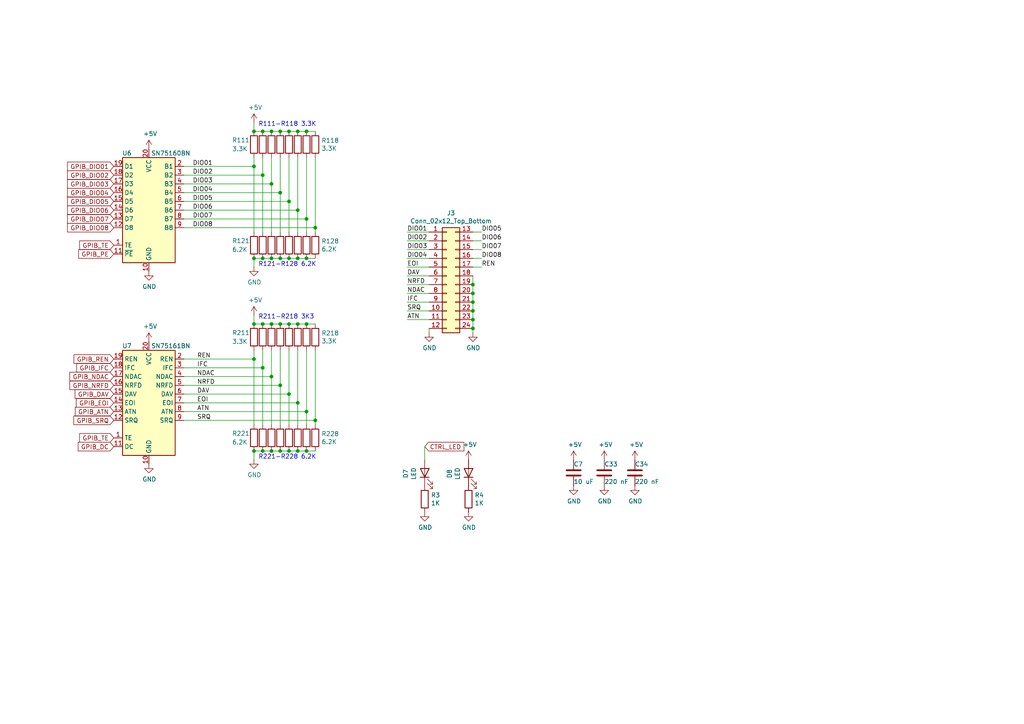
<source format=kicad_sch>
(kicad_sch (version 20211123) (generator eeschema)
  (paper "A4")
  (title_block (title "ice4pi-gpib-2.4") (company "Lightside Instruments AS") (comment 1 "Based on ice4pi-2.4 and gpib4pi-2.1"))
  (lib_symbols
    (symbol "Connector_Generic:Conn_02x12_Top_Bottom" (pin_names (offset 1.016) hide)
      (property "Reference" "J" (at 1.27 15.24 0))
      (property "Value" "Conn_02x12_Top_Bottom" (at 1.27 -17.78 0))
      (symbol "Conn_02x12_Top_Bottom_1_1"
        (rectangle (start -1.27 -15.113) (end 0 -15.367) (stroke (width 0.1524)))
        (rectangle (start -1.27 -12.573) (end 0 -12.827) (stroke (width 0.1524)))
        (rectangle (start -1.27 -10.033) (end 0 -10.287) (stroke (width 0.1524)))
        (rectangle (start -1.27 -7.493) (end 0 -7.747) (stroke (width 0.1524)))
        (rectangle (start -1.27 -4.953) (end 0 -5.207) (stroke (width 0.1524)))
        (rectangle (start -1.27 -2.413) (end 0 -2.667) (stroke (width 0.1524)))
        (rectangle (start -1.27 0.127) (end 0 -0.127) (stroke (width 0.1524)))
        (rectangle (start -1.27 2.667) (end 0 2.413) (stroke (width 0.1524)))
        (rectangle (start -1.27 5.207) (end 0 4.953) (stroke (width 0.1524)))
        (rectangle (start -1.27 7.747) (end 0 7.493) (stroke (width 0.1524)))
        (rectangle (start -1.27 10.287) (end 0 10.033) (stroke (width 0.1524)))
        (rectangle (start -1.27 12.827) (end 0 12.573) (stroke (width 0.1524)))
        (rectangle (start -1.27 13.97) (end 3.81 -16.51) (stroke (width 0.254)) (fill (type background)))
        (rectangle (start 3.81 -15.113) (end 2.54 -15.367) (stroke (width 0.1524)))
        (rectangle (start 3.81 -12.573) (end 2.54 -12.827) (stroke (width 0.1524)))
        (rectangle (start 3.81 -10.033) (end 2.54 -10.287) (stroke (width 0.1524)))
        (rectangle (start 3.81 -7.493) (end 2.54 -7.747) (stroke (width 0.1524)))
        (rectangle (start 3.81 -4.953) (end 2.54 -5.207) (stroke (width 0.1524)))
        (rectangle (start 3.81 -2.413) (end 2.54 -2.667) (stroke (width 0.1524)))
        (rectangle (start 3.81 0.127) (end 2.54 -0.127) (stroke (width 0.1524)))
        (rectangle (start 3.81 2.667) (end 2.54 2.413) (stroke (width 0.1524)))
        (rectangle (start 3.81 5.207) (end 2.54 4.953) (stroke (width 0.1524)))
        (rectangle (start 3.81 7.747) (end 2.54 7.493) (stroke (width 0.1524)))
        (rectangle (start 3.81 10.287) (end 2.54 10.033) (stroke (width 0.1524)))
        (rectangle (start 3.81 12.827) (end 2.54 12.573) (stroke (width 0.1524)))
        (pin passive line (at -5.08 12.7 0) (length 3.81) (name "Pin_1") (number "1"))
        (pin passive line (at -5.08 -10.16 0) (length 3.81) (name "Pin_10") (number "10"))
        (pin passive line (at -5.08 -12.7 0) (length 3.81) (name "Pin_11") (number "11"))
        (pin passive line (at -5.08 -15.24 0) (length 3.81) (name "Pin_12") (number "12"))
        (pin passive line (at 7.62 12.7 180) (length 3.81) (name "Pin_13") (number "13"))
        (pin passive line (at 7.62 10.16 180) (length 3.81) (name "Pin_14") (number "14"))
        (pin passive line (at 7.62 7.62 180) (length 3.81) (name "Pin_15") (number "15"))
        (pin passive line (at 7.62 5.08 180) (length 3.81) (name "Pin_16") (number "16"))
        (pin passive line (at 7.62 2.54 180) (length 3.81) (name "Pin_17") (number "17"))
        (pin passive line (at 7.62 0 180) (length 3.81) (name "Pin_18") (number "18"))
        (pin passive line (at 7.62 -2.54 180) (length 3.81) (name "Pin_19") (number "19"))
        (pin passive line (at -5.08 10.16 0) (length 3.81) (name "Pin_2") (number "2"))
        (pin passive line (at 7.62 -5.08 180) (length 3.81) (name "Pin_20") (number "20"))
        (pin passive line (at 7.62 -7.62 180) (length 3.81) (name "Pin_21") (number "21"))
        (pin passive line (at 7.62 -10.16 180) (length 3.81) (name "Pin_22") (number "22"))
        (pin passive line (at 7.62 -12.7 180) (length 3.81) (name "Pin_23") (number "23"))
        (pin passive line (at 7.62 -15.24 180) (length 3.81) (name "Pin_24") (number "24"))
        (pin passive line (at -5.08 7.62 0) (length 3.81) (name "Pin_3") (number "3"))
        (pin passive line (at -5.08 5.08 0) (length 3.81) (name "Pin_4") (number "4"))
        (pin passive line (at -5.08 2.54 0) (length 3.81) (name "Pin_5") (number "5"))
        (pin passive line (at -5.08 0 0) (length 3.81) (name "Pin_6") (number "6"))
        (pin passive line (at -5.08 -2.54 0) (length 3.81) (name "Pin_7") (number "7"))
        (pin passive line (at -5.08 -5.08 0) (length 3.81) (name "Pin_8") (number "8"))
        (pin passive line (at -5.08 -7.62 0) (length 3.81) (name "Pin_9") (number "9"))
      )
    )
    (symbol "Device:C" (pin_numbers hide) (pin_names (offset 0.254))
      (property "Reference" "C" (at 0.635 2.54 0))
      (property "Value" "C" (at 0.635 -2.54 0))
      (symbol "C_0_1"
        (polyline (pts (xy -2.032 -0.762) (xy 2.032 -0.762)) (stroke (width 0.508)))
        (polyline (pts (xy -2.032 0.762) (xy 2.032 0.762)) (stroke (width 0.508)))
      )
      (symbol "C_1_1"
        (pin passive line (at 0 3.81 270) (length 2.794) (name "~") (number "1"))
        (pin passive line (at 0 -3.81 90) (length 2.794) (name "~") (number "2"))
      )
    )
    (symbol "Device:LED" (pin_numbers hide) (pin_names (offset 1.016) hide)
      (property "Reference" "D" (at 0 2.54 0))
      (property "Value" "LED" (at 0 -2.54 0))
      (symbol "LED_0_1"
        (polyline (pts (xy -1.27 -1.27) (xy -1.27 1.27)) (stroke (width 0.254)))
        (polyline (pts (xy -1.27 0) (xy 1.27 0)))
        (polyline (pts (xy 1.27 -1.27) (xy 1.27 1.27) (xy -1.27 0) (xy 1.27 -1.27)) (stroke (width 0.254)))
        (polyline (pts (xy -3.048 -0.762) (xy -4.572 -2.286) (xy -3.81 -2.286) (xy -4.572 -2.286) (xy -4.572 -1.524)))
        (polyline (pts (xy -1.778 -0.762) (xy -3.302 -2.286) (xy -2.54 -2.286) (xy -3.302 -2.286) (xy -3.302 -1.524)))
      )
      (symbol "LED_1_1"
        (pin passive line (at -3.81 0 0) (length 2.54) (name "K") (number "1"))
        (pin passive line (at 3.81 0 180) (length 2.54) (name "A") (number "2"))
      )
    )
    (symbol "Device:R" (pin_numbers hide) (pin_names (offset 0))
      (property "Reference" "R" (at 2.032 0 90))
      (property "Value" "R" (at 0 0 90))
      (symbol "R_0_1"
        (rectangle (start -1.016 -2.54) (end 1.016 2.54) (stroke (width 0.254)))
      )
      (symbol "R_1_1"
        (pin passive line (at 0 3.81 270) (length 1.27) (name "~") (number "1"))
        (pin passive line (at 0 -3.81 90) (length 1.27) (name "~") (number "2"))
      )
    )
    (symbol "Interface:SN75160BN"
      (property "Reference" "U" (at -3.81 19.05 0))
      (property "Value" "SN75160BN" (at -7.62 16.51 0))
      (symbol "SN75160BN_1_1"
        (rectangle (start -7.62 15.24) (end 7.62 -15.24) (stroke (width 0.254)) (fill (type background)))
        (pin input line (at -10.16 -10.16 0) (length 2.54) (name "TE") (number "1"))
        (pin power_in line (at 0 -17.78 90) (length 2.54) (name "GND") (number "10"))
        (pin input line (at -10.16 -12.7 0) (length 2.54) (name "~{PE}") (number "11"))
        (pin bidirectional line (at -10.16 -5.08 0) (length 2.54) (name "D8") (number "12"))
        (pin bidirectional line (at -10.16 -2.54 0) (length 2.54) (name "D7") (number "13"))
        (pin bidirectional line (at -10.16 0 0) (length 2.54) (name "D6") (number "14"))
        (pin bidirectional line (at -10.16 2.54 0) (length 2.54) (name "D5") (number "15"))
        (pin bidirectional line (at -10.16 5.08 0) (length 2.54) (name "D4") (number "16"))
        (pin bidirectional line (at -10.16 7.62 0) (length 2.54) (name "D3") (number "17"))
        (pin bidirectional line (at -10.16 10.16 0) (length 2.54) (name "D2") (number "18"))
        (pin bidirectional line (at -10.16 12.7 0) (length 2.54) (name "D1") (number "19"))
        (pin bidirectional line (at 10.16 12.7 180) (length 2.54) (name "B1") (number "2"))
        (pin power_in line (at 0 17.78 270) (length 2.54) (name "VCC") (number "20"))
        (pin bidirectional line (at 10.16 10.16 180) (length 2.54) (name "B2") (number "3"))
        (pin bidirectional line (at 10.16 7.62 180) (length 2.54) (name "B3") (number "4"))
        (pin bidirectional line (at 10.16 5.08 180) (length 2.54) (name "B4") (number "5"))
        (pin bidirectional line (at 10.16 2.54 180) (length 2.54) (name "B5") (number "6"))
        (pin bidirectional line (at 10.16 0 180) (length 2.54) (name "B6") (number "7"))
        (pin bidirectional line (at 10.16 -2.54 180) (length 2.54) (name "B7") (number "8"))
        (pin bidirectional line (at 10.16 -5.08 180) (length 2.54) (name "B8") (number "9"))
      )
    )
    (symbol "ice4pi:SN75161BN"
      (property "Reference" "U" (at -3.81 19.05 0))
      (property "Value" "SN75161BN" (at -7.62 16.51 0))
      (symbol "SN75161BN_1_1"
        (rectangle (start -7.62 15.24) (end 7.62 -15.24) (stroke (width 0.254)) (fill (type background)))
        (pin input line (at -10.16 -10.16 0) (length 2.54) (name "TE") (number "1"))
        (pin power_in line (at 0 -17.78 90) (length 2.54) (name "GND") (number "10"))
        (pin input line (at -10.16 -12.7 0) (length 2.54) (name "DC") (number "11"))
        (pin bidirectional line (at -10.16 -5.08 0) (length 2.54) (name "SRQ") (number "12"))
        (pin bidirectional line (at -10.16 -2.54 0) (length 2.54) (name "ATN") (number "13"))
        (pin bidirectional line (at -10.16 0 0) (length 2.54) (name "EOI") (number "14"))
        (pin bidirectional line (at -10.16 2.54 0) (length 2.54) (name "DAV") (number "15"))
        (pin bidirectional line (at -10.16 5.08 0) (length 2.54) (name "NRFD") (number "16"))
        (pin bidirectional line (at -10.16 7.62 0) (length 2.54) (name "NDAC") (number "17"))
        (pin bidirectional line (at -10.16 10.16 0) (length 2.54) (name "IFC") (number "18"))
        (pin bidirectional line (at -10.16 12.7 0) (length 2.54) (name "REN") (number "19"))
        (pin tri_state line (at 10.16 12.7 180) (length 2.54) (name "REN") (number "2"))
        (pin power_in line (at 0 17.78 270) (length 2.54) (name "VCC") (number "20"))
        (pin tri_state line (at 10.16 10.16 180) (length 2.54) (name "IFC") (number "3"))
        (pin tri_state line (at 10.16 7.62 180) (length 2.54) (name "NDAC") (number "4"))
        (pin tri_state line (at 10.16 5.08 180) (length 2.54) (name "NRFD") (number "5"))
        (pin tri_state line (at 10.16 2.54 180) (length 2.54) (name "DAV") (number "6"))
        (pin tri_state line (at 10.16 0 180) (length 2.54) (name "EOI") (number "7"))
        (pin tri_state line (at 10.16 -2.54 180) (length 2.54) (name "ATN") (number "8"))
        (pin tri_state line (at 10.16 -5.08 180) (length 2.54) (name "SRQ") (number "9"))
      )
    )
    (symbol "power:+5V" (power) (pin_names (offset 0))
      (property "Value" "+5V" (at 0 3.556 0))
      (symbol "+5V_0_1"
        (polyline (pts (xy -0.762 1.27) (xy 0 2.54)))
        (polyline (pts (xy 0 0) (xy 0 2.54)))
        (polyline (pts (xy 0 2.54) (xy 0.762 1.27)))
      )
      (symbol "+5V_1_1"
        (pin power_in line (at 0 0 90) (length 0) hide (name "+5V") (number "1"))
      )
    )
    (symbol "power:GND" (power) (pin_names (offset 0))
      (property "Value" "GND" (at 0 -3.81 0))
      (symbol "GND_0_1"
        (polyline (pts (xy 0 0) (xy 0 -1.27) (xy 1.27 -1.27) (xy 0 -2.54) (xy -1.27 -1.27) (xy 0 -1.27)))
      )
      (symbol "GND_1_1"
        (pin power_in line (at 0 0 270) (length 0) hide (name "GND") (number "1"))
      )
    )
  )
  (junction (at 137.16 90.17))
  (junction (at 83.82 58.42))
  (junction (at 81.28 130.81))
  (junction (at 81.28 111.76))
  (junction (at 73.66 130.81))
  (junction (at 91.44 66.04))
  (junction (at 86.36 93.98))
  (junction (at 83.82 93.98))
  (junction (at 76.2 93.98))
  (junction (at 73.66 38.1))
  (junction (at 91.44 121.92))
  (junction (at 81.28 74.93))
  (junction (at 81.28 93.98))
  (junction (at 73.66 93.98))
  (junction (at 83.82 38.1))
  (junction (at 86.36 38.1))
  (junction (at 73.66 104.14))
  (junction (at 137.16 82.55))
  (junction (at 78.74 53.34))
  (junction (at 137.16 85.09))
  (junction (at 78.74 38.1))
  (junction (at 137.16 87.63))
  (junction (at 86.36 116.84))
  (junction (at 83.82 130.81))
  (junction (at 86.36 74.93))
  (junction (at 78.74 74.93))
  (junction (at 73.66 74.93))
  (junction (at 88.9 74.93))
  (junction (at 73.66 48.26))
  (junction (at 76.2 74.93))
  (junction (at 88.9 38.1))
  (junction (at 78.74 130.81))
  (junction (at 88.9 63.5))
  (junction (at 81.28 38.1))
  (junction (at 76.2 106.68))
  (junction (at 78.74 109.22))
  (junction (at 137.16 95.25))
  (junction (at 86.36 130.81))
  (junction (at 86.36 60.96))
  (junction (at 76.2 50.8))
  (junction (at 83.82 114.3))
  (junction (at 137.16 92.71))
  (junction (at 88.9 93.98))
  (junction (at 88.9 130.81))
  (junction (at 83.82 74.93))
  (junction (at 76.2 130.81))
  (junction (at 78.74 93.98))
  (junction (at 88.9 119.38))
  (junction (at 76.2 38.1))
  (junction (at 81.28 55.88))
  (wire (pts (xy 76.2 38.1) (xy 73.66 38.1)))
  (wire (pts (xy 124.46 69.85) (xy 118.11 69.85)))
  (wire (pts (xy 81.28 111.76) (xy 81.28 123.19)))
  (wire (pts (xy 139.7 67.31) (xy 137.16 67.31)))
  (wire (pts (xy 53.34 58.42) (xy 83.82 58.42)))
  (wire (pts (xy 73.66 74.93) (xy 76.2 74.93)))
  (wire (pts (xy 81.28 130.81) (xy 83.82 130.81)))
  (wire (pts (xy 137.16 77.47) (xy 139.7 77.47)))
  (wire (pts (xy 91.44 38.1) (xy 88.9 38.1)))
  (wire (pts (xy 53.34 104.14) (xy 73.66 104.14)))
  (wire (pts (xy 88.9 119.38) (xy 88.9 123.19)))
  (wire (pts (xy 81.28 111.76) (xy 81.28 101.6)))
  (wire (pts (xy 86.36 116.84) (xy 86.36 123.19)))
  (wire (pts (xy 53.34 50.8) (xy 76.2 50.8)))
  (wire (pts (xy 124.46 87.63) (xy 118.11 87.63)))
  (wire (pts (xy 53.34 109.22) (xy 78.74 109.22)))
  (wire (pts (xy 53.34 53.34) (xy 78.74 53.34)))
  (wire (pts (xy 91.44 121.92) (xy 91.44 101.6)))
  (wire (pts (xy 86.36 60.96) (xy 86.36 45.72)))
  (wire (pts (xy 53.34 55.88) (xy 81.28 55.88)))
  (wire (pts (xy 86.36 130.81) (xy 88.9 130.81)))
  (wire (pts (xy 91.44 66.04) (xy 91.44 67.31)))
  (wire (pts (xy 91.44 66.04) (xy 91.44 45.72)))
  (wire (pts (xy 76.2 130.81) (xy 78.74 130.81)))
  (wire (pts (xy 83.82 58.42) (xy 83.82 45.72)))
  (wire (pts (xy 78.74 38.1) (xy 76.2 38.1)))
  (wire (pts (xy 73.66 133.35) (xy 73.66 130.81)))
  (wire (pts (xy 81.28 55.88) (xy 81.28 45.72)))
  (wire (pts (xy 78.74 93.98) (xy 76.2 93.98)))
  (wire (pts (xy 53.34 114.3) (xy 83.82 114.3)))
  (wire (pts (xy 78.74 109.22) (xy 78.74 123.19)))
  (wire (pts (xy 137.16 90.17) (xy 137.16 87.63)))
  (wire (pts (xy 88.9 74.93) (xy 91.44 74.93)))
  (wire (pts (xy 137.16 87.63) (xy 137.16 85.09)))
  (wire (pts (xy 124.46 77.47) (xy 118.11 77.47)))
  (wire (pts (xy 53.34 119.38) (xy 88.9 119.38)))
  (wire (pts (xy 124.46 82.55) (xy 118.11 82.55)))
  (wire (pts (xy 81.28 55.88) (xy 81.28 67.31)))
  (wire (pts (xy 137.16 92.71) (xy 137.16 90.17)))
  (wire (pts (xy 83.82 130.81) (xy 86.36 130.81)))
  (wire (pts (xy 73.66 130.81) (xy 76.2 130.81)))
  (wire (pts (xy 139.7 72.39) (xy 137.16 72.39)))
  (wire (pts (xy 124.46 80.01) (xy 118.11 80.01)))
  (wire (pts (xy 124.46 85.09) (xy 118.11 85.09)))
  (wire (pts (xy 88.9 93.98) (xy 86.36 93.98)))
  (wire (pts (xy 124.46 74.93) (xy 118.11 74.93)))
  (wire (pts (xy 139.7 74.93) (xy 137.16 74.93)))
  (wire (pts (xy 86.36 116.84) (xy 86.36 101.6)))
  (wire (pts (xy 76.2 50.8) (xy 76.2 45.72)))
  (wire (pts (xy 124.46 72.39) (xy 118.11 72.39)))
  (wire (pts (xy 76.2 50.8) (xy 76.2 67.31)))
  (wire (pts (xy 86.36 93.98) (xy 83.82 93.98)))
  (wire (pts (xy 124.46 92.71) (xy 118.11 92.71)))
  (wire (pts (xy 137.16 95.25) (xy 137.16 92.71)))
  (wire (pts (xy 53.34 121.92) (xy 91.44 121.92)))
  (wire (pts (xy 53.34 66.04) (xy 91.44 66.04)))
  (wire (pts (xy 78.74 53.34) (xy 78.74 67.31)))
  (wire (pts (xy 137.16 96.52) (xy 137.16 95.25)))
  (wire (pts (xy 81.28 74.93) (xy 83.82 74.93)))
  (wire (pts (xy 78.74 53.34) (xy 78.74 45.72)))
  (wire (pts (xy 73.66 93.98) (xy 73.66 91.44)))
  (wire (pts (xy 81.28 93.98) (xy 78.74 93.98)))
  (wire (pts (xy 76.2 106.68) (xy 76.2 101.6)))
  (wire (pts (xy 91.44 121.92) (xy 91.44 123.19)))
  (wire (pts (xy 53.34 116.84) (xy 86.36 116.84)))
  (wire (pts (xy 88.9 119.38) (xy 88.9 101.6)))
  (wire (pts (xy 124.46 90.17) (xy 118.11 90.17)))
  (wire (pts (xy 73.66 38.1) (xy 73.66 35.56)))
  (wire (pts (xy 78.74 74.93) (xy 81.28 74.93)))
  (wire (pts (xy 124.46 67.31) (xy 118.11 67.31)))
  (wire (pts (xy 73.66 48.26) (xy 73.66 67.31)))
  (wire (pts (xy 78.74 130.81) (xy 81.28 130.81)))
  (wire (pts (xy 78.74 109.22) (xy 78.74 101.6)))
  (wire (pts (xy 88.9 38.1) (xy 86.36 38.1)))
  (wire (pts (xy 53.34 111.76) (xy 81.28 111.76)))
  (wire (pts (xy 83.82 58.42) (xy 83.82 67.31)))
  (wire (pts (xy 139.7 69.85) (xy 137.16 69.85)))
  (wire (pts (xy 88.9 63.5) (xy 88.9 67.31)))
  (wire (pts (xy 76.2 93.98) (xy 73.66 93.98)))
  (wire (pts (xy 76.2 74.93) (xy 78.74 74.93)))
  (wire (pts (xy 88.9 63.5) (xy 88.9 45.72)))
  (wire (pts (xy 73.66 77.47) (xy 73.66 74.93)))
  (wire (pts (xy 53.34 106.68) (xy 76.2 106.68)))
  (wire (pts (xy 123.19 133.35) (xy 123.19 129.54)))
  (wire (pts (xy 124.46 96.52) (xy 124.46 95.25)))
  (wire (pts (xy 86.36 60.96) (xy 86.36 67.31)))
  (wire (pts (xy 73.66 104.14) (xy 73.66 123.19)))
  (wire (pts (xy 53.34 60.96) (xy 86.36 60.96)))
  (wire (pts (xy 137.16 82.55) (xy 137.16 80.01)))
  (wire (pts (xy 83.82 114.3) (xy 83.82 101.6)))
  (wire (pts (xy 86.36 38.1) (xy 83.82 38.1)))
  (wire (pts (xy 53.34 48.26) (xy 73.66 48.26)))
  (wire (pts (xy 88.9 130.81) (xy 91.44 130.81)))
  (wire (pts (xy 137.16 85.09) (xy 137.16 82.55)))
  (wire (pts (xy 73.66 48.26) (xy 73.66 45.72)))
  (wire (pts (xy 83.82 114.3) (xy 83.82 123.19)))
  (wire (pts (xy 91.44 93.98) (xy 88.9 93.98)))
  (wire (pts (xy 83.82 38.1) (xy 81.28 38.1)))
  (wire (pts (xy 73.66 104.14) (xy 73.66 101.6)))
  (wire (pts (xy 53.34 63.5) (xy 88.9 63.5)))
  (wire (pts (xy 83.82 93.98) (xy 81.28 93.98)))
  (wire (pts (xy 81.28 38.1) (xy 78.74 38.1)))
  (wire (pts (xy 86.36 74.93) (xy 88.9 74.93)))
  (wire (pts (xy 76.2 106.68) (xy 76.2 123.19)))
  (wire (pts (xy 83.82 74.93) (xy 86.36 74.93)))
  (text "R111-R118 3.3K" (at 74.93 36.83 0) (effects (font (size 1.27 1.27)) (justify left bottom)))
  (text "R121-R128 6.2K" (at 74.93 77.47 0) (effects (font (size 1.27 1.27)) (justify left bottom)))
  (text "R211-R218 3K3" (at 74.93 92.71 0) (effects (font (size 1.27 1.27)) (justify left bottom)))
  (text "R221-R228 6.2K" (at 74.93 133.35 0) (effects (font (size 1.27 1.27)) (justify left bottom)))
  (label "DAV" (at 57.15 114.3 0))
  (label "DIO01" (at 55.88 48.26 0))
  (label "DIO01" (at 118.11 67.31 0))
  (label "EOI" (at 118.11 77.47 0))
  (label "IFC" (at 118.11 87.63 0))
  (label "DAV" (at 118.11 80.01 0))
  (label "REN" (at 57.15 104.14 0))
  (label "DIO02" (at 118.11 69.85 0))
  (label "DIO04" (at 55.88 55.88 0))
  (label "ATN" (at 118.11 92.71 0))
  (label "EOI" (at 57.15 116.84 0))
  (label "SRQ" (at 57.15 121.92 0))
  (label "DIO04" (at 118.11 74.93 0))
  (label "DIO06" (at 139.7 69.85 0))
  (label "NDAC" (at 57.15 109.22 0))
  (label "DIO07" (at 55.88 63.5 0))
  (label "DIO05" (at 139.7 67.31 0))
  (label "DIO08" (at 139.7 74.93 0))
  (label "NDAC" (at 118.11 85.09 0))
  (label "IFC" (at 57.15 106.68 0))
  (label "SRQ" (at 118.11 90.17 0))
  (label "DIO03" (at 118.11 72.39 0))
  (label "NRFD" (at 118.11 82.55 0))
  (label "DIO06" (at 55.88 60.96 0))
  (label "DIO02" (at 55.88 50.8 0))
  (label "NRFD" (at 57.15 111.76 0))
  (label "REN" (at 139.7 77.47 0))
  (label "DIO03" (at 55.88 53.34 0))
  (label "ATN" (at 57.15 119.38 0))
  (label "DIO05" (at 55.88 58.42 0))
  (label "DIO08" (at 55.88 66.04 0))
  (label "DIO07" (at 139.7 72.39 0))
  (global_label "GPIB_EOI" (shape input) (at 33.02 116.84 180) (property "Intersheet References" "${INTERSHEET_REFS}" (effects hide)))
  (global_label "GPIB_TE" (shape input) (at 33.02 71.12 180) (property "Intersheet References" "${INTERSHEET_REFS}" (effects hide)))
  (global_label "GPIB_NRFD" (shape input) (at 33.02 111.76 180) (property "Intersheet References" "${INTERSHEET_REFS}" (effects hide)))
  (global_label "CTRL_LED" (shape input) (at 123.19 129.54 0) (property "Intersheet References" "${INTERSHEET_REFS}" (effects hide)))
  (global_label "GPIB_DIO07" (shape input) (at 33.02 63.5 180) (property "Intersheet References" "${INTERSHEET_REFS}" (effects hide)))
  (global_label "GPIB_PE" (shape input) (at 33.02 73.66 180) (property "Intersheet References" "${INTERSHEET_REFS}" (effects hide)))
  (global_label "GPIB_TE" (shape input) (at 33.02 127 180) (property "Intersheet References" "${INTERSHEET_REFS}" (effects hide)))
  (global_label "GPIB_DIO02" (shape input) (at 33.02 50.8 180) (property "Intersheet References" "${INTERSHEET_REFS}" (effects hide)))
  (global_label "GPIB_DC" (shape input) (at 33.02 129.54 180) (property "Intersheet References" "${INTERSHEET_REFS}" (effects hide)))
  (global_label "GPIB_DAV" (shape input) (at 33.02 114.3 180) (property "Intersheet References" "${INTERSHEET_REFS}" (effects hide)))
  (global_label "GPIB_DIO01" (shape input) (at 33.02 48.26 180) (property "Intersheet References" "${INTERSHEET_REFS}" (effects hide)))
  (global_label "GPIB_REN" (shape input) (at 33.02 104.14 180) (property "Intersheet References" "${INTERSHEET_REFS}" (effects hide)))
  (global_label "GPIB_DIO04" (shape input) (at 33.02 55.88 180) (property "Intersheet References" "${INTERSHEET_REFS}" (effects hide)))
  (global_label "GPIB_DIO06" (shape input) (at 33.02 60.96 180) (property "Intersheet References" "${INTERSHEET_REFS}" (effects hide)))
  (global_label "GPIB_DIO03" (shape input) (at 33.02 53.34 180) (property "Intersheet References" "${INTERSHEET_REFS}" (effects hide)))
  (global_label "GPIB_IFC" (shape input) (at 33.02 106.68 180) (property "Intersheet References" "${INTERSHEET_REFS}" (effects hide)))
  (global_label "GPIB_DIO08" (shape input) (at 33.02 66.04 180) (property "Intersheet References" "${INTERSHEET_REFS}" (effects hide)))
  (global_label "GPIB_NDAC" (shape input) (at 33.02 109.22 180) (property "Intersheet References" "${INTERSHEET_REFS}" (effects hide)))
  (global_label "GPIB_DIO05" (shape input) (at 33.02 58.42 180) (property "Intersheet References" "${INTERSHEET_REFS}" (effects hide)))
  (global_label "GPIB_SRQ" (shape input) (at 33.02 121.92 180) (property "Intersheet References" "${INTERSHEET_REFS}" (effects hide)))
  (global_label "GPIB_ATN" (shape input) (at 33.02 119.38 180) (property "Intersheet References" "${INTERSHEET_REFS}" (effects hide)))
  (symbol (lib_id "Connector_Generic:Conn_02x12_Top_Bottom") (at 129.54 80.01 0) (unit 1)
    (property "Reference" "J3" (at 130.81 61.7982 0))
    (property "Value" "Conn_02x12_Top_Bottom" (at 130.81 64.1096 0))
    (property "Footprint" "ice4pi:centronix-24-male" (effects hide))
  )
  (symbol (lib_id "Interface:SN75160BN") (at 43.18 60.96 0) (unit 1)
    (property "Reference" "U6" (at 36.83 44.45 0))
    (property "Value" "SN75160BN" (at 49.53 44.45 0))
    (property "Footprint" "Package_DIP:DIP-20_W7.62mm" (effects hide))
    (property "Datasheet" "http://www.ti.com/lit/ds/symlink/sn75160b.pdf" (effects hide))
  )
  (symbol (lib_id "ice4pi:SN75161BN") (at 43.18 116.84 0) (unit 1)
    (property "Reference" "U7" (at 36.83 100.33 0))
    (property "Value" "SN75161BN" (at 49.53 100.33 0))
    (property "Footprint" "Package_DIP:DIP-20_W7.62mm" (effects hide))
  )
  (symbol (lib_id "power:GND") (at 43.18 134.62 0) (unit 1)
    (property "Reference" "#PWR0145" (effects hide))
    (property "Value" "GND" (at 43.307 139.0142 0))
  )
  (symbol (lib_id "power:GND") (at 43.18 78.74 0) (unit 1)
    (property "Reference" "#PWR0146" (effects hide))
    (property "Value" "GND" (at 43.307 83.1342 0))
  )
  (symbol (lib_id "power:GND") (at 137.16 96.52 0) (unit 1)
    (property "Reference" "#PWR0147" (effects hide))
    (property "Value" "GND" (at 137.287 100.9142 0))
  )
  (symbol (lib_id "Device:R") (at 123.19 144.78 0) (unit 1)
    (property "Reference" "R3" (at 124.968 143.6116 0) (effects (justify left)))
    (property "Value" "1K" (at 124.968 145.923 0) (effects (justify left)))
    (property "Footprint" "Resistor_SMD:R_0402_1005Metric" (effects hide))
    (property "PN" "ERJ-2GEJ102X " (effects hide))
  )
  (symbol (lib_id "power:GND") (at 123.19 148.59 0) (unit 1)
    (property "Reference" "#PWR0153" (effects hide))
    (property "Value" "GND" (at 123.317 152.9842 0))
  )
  (symbol (lib_id "Device:LED") (at 123.19 137.16 90) (unit 1)
    (property "Reference" "D7" (at 117.6782 137.3886 0))
    (property "Value" "LED" (at 119.9896 137.3886 0))
    (property "Footprint" "LED_SMD:LED_0603_1608Metric" (effects hide))
    (property "PN" "150060VS55040" (effects hide))
  )
  (symbol (lib_id "power:GND") (at 124.46 96.52 0) (unit 1)
    (property "Reference" "#PWR0148" (effects hide))
    (property "Value" "GND" (at 124.587 100.9142 0))
  )
  (symbol (lib_id "Device:R") (at 135.89 144.78 0) (unit 1)
    (property "Reference" "R4" (at 137.668 143.6116 0) (effects (justify left)))
    (property "Value" "1K" (at 137.668 145.923 0) (effects (justify left)))
    (property "Footprint" "Resistor_SMD:R_0402_1005Metric" (effects hide))
    (property "PN" "ERJ-2GEJ102X " (effects hide))
  )
  (symbol (lib_id "power:GND") (at 135.89 148.59 0) (unit 1)
    (property "Reference" "#PWR0154" (effects hide))
    (property "Value" "GND" (at 136.017 152.9842 0))
  )
  (symbol (lib_id "Device:LED") (at 135.89 137.16 90) (unit 1)
    (property "Reference" "D8" (at 130.3782 137.3886 0))
    (property "Value" "LED" (at 132.6896 137.3886 0))
    (property "Footprint" "LED_SMD:LED_0603_1608Metric" (effects hide))
    (property "PN" "150060RS55040" (effects hide))
  )
  (symbol (lib_id "power:+5V") (at 135.89 133.35 0) (unit 1)
    (property "Reference" "#PWR0155" (effects hide))
    (property "Value" "+5V" (at 136.271 128.9558 0))
  )
  (symbol (lib_id "Device:C") (at 175.26 137.16 0) (unit 1)
    (property "Reference" "C33" (at 175.26 134.62 0) (effects (justify left)))
    (property "Value" "220 nF" (at 175.26 139.7 0) (effects (justify left)))
    (property "Footprint" "Capacitor_SMD:C_0402_1005Metric" (effects hide))
  )
  (symbol (lib_id "Device:C") (at 184.15 137.16 0) (unit 1)
    (property "Reference" "C34" (at 184.15 134.62 0) (effects (justify left)))
    (property "Value" "220 nF" (at 184.15 139.7 0) (effects (justify left)))
    (property "Footprint" "Capacitor_SMD:C_0402_1005Metric" (effects hide))
  )
  (symbol (lib_id "power:GND") (at 184.15 140.97 0) (unit 1)
    (property "Reference" "#PWR0156" (effects hide))
    (property "Value" "GND" (at 184.277 145.3642 0))
  )
  (symbol (lib_id "power:GND") (at 175.26 140.97 0) (unit 1)
    (property "Reference" "#PWR0157" (effects hide))
    (property "Value" "GND" (at 175.387 145.3642 0))
  )
  (symbol (lib_id "power:+5V") (at 175.26 133.35 0) (unit 1)
    (property "Reference" "#PWR0158" (effects hide))
    (property "Value" "+5V" (at 175.641 128.9558 0))
  )
  (symbol (lib_id "power:+5V") (at 184.15 133.35 0) (unit 1)
    (property "Reference" "#PWR0159" (effects hide))
    (property "Value" "+5V" (at 184.531 128.9558 0))
  )
  (symbol (lib_id "Device:C") (at 166.37 137.16 0) (unit 1)
    (property "Reference" "C7" (at 166.37 134.62 0) (effects (justify left)))
    (property "Value" "10 uF" (at 166.37 139.7 0) (effects (justify left)))
    (property "Footprint" "Capacitor_SMD:C_0402_1005Metric" (effects hide))
  )
  (symbol (lib_id "power:+5V") (at 166.37 133.35 0) (unit 1)
    (property "Reference" "#PWR0160" (effects hide))
    (property "Value" "+5V" (at 166.751 128.9558 0))
  )
  (symbol (lib_id "power:GND") (at 166.37 140.97 0) (unit 1)
    (property "Reference" "#PWR0161" (effects hide))
    (property "Value" "GND" (at 166.497 145.3642 0))
  )
  (symbol (lib_id "power:+5V") (at 43.18 43.18 0) (unit 1)
    (property "Reference" "#PWR0162" (effects hide))
    (property "Value" "+5V" (at 43.561 38.7858 0))
  )
  (symbol (lib_id "power:+5V") (at 43.18 99.06 0) (unit 1)
    (property "Reference" "#PWR0163" (effects hide))
    (property "Value" "+5V" (at 43.561 94.6658 0))
  )
  (symbol (lib_id "Device:R") (at 73.66 41.91 0) (unit 1)
    (property "Reference" "R111" (at 67.31 40.64 0) (effects (justify left)))
    (property "Value" "3.3K" (at 67.31 43.18 0) (effects (justify left)))
    (property "Footprint" "Resistor_SMD:R_0402_1005Metric" (effects hide))
  )
  (symbol (lib_id "Device:R") (at 76.2 41.91 0) (unit 1)
    (property "Reference" "R112" (effects hide))
    (property "Value" "3.3K" (effects hide))
    (property "Footprint" "Resistor_SMD:R_0402_1005Metric" (effects hide))
  )
  (symbol (lib_id "Device:R") (at 78.74 41.91 0) (unit 1)
    (property "Reference" "R113" (effects hide))
    (property "Value" "3.3K" (effects hide))
    (property "Footprint" "Resistor_SMD:R_0402_1005Metric" (effects hide))
  )
  (symbol (lib_id "Device:R") (at 81.28 41.91 0) (unit 1)
    (property "Reference" "R114" (effects hide))
    (property "Value" "3.3K" (effects hide))
    (property "Footprint" "Resistor_SMD:R_0402_1005Metric" (effects hide))
  )
  (symbol (lib_id "Device:R") (at 83.82 41.91 0) (unit 1)
    (property "Reference" "R115" (effects hide))
    (property "Value" "3.3K" (effects hide))
    (property "Footprint" "Resistor_SMD:R_0402_1005Metric" (effects hide))
  )
  (symbol (lib_id "Device:R") (at 86.36 41.91 0) (unit 1)
    (property "Reference" "R116" (effects hide))
    (property "Value" "3.3K" (effects hide))
    (property "Footprint" "Resistor_SMD:R_0402_1005Metric" (effects hide))
  )
  (symbol (lib_id "Device:R") (at 88.9 41.91 0) (unit 1)
    (property "Reference" "R117" (effects hide))
    (property "Value" "3.3K" (effects hide))
    (property "Footprint" "Resistor_SMD:R_0402_1005Metric" (effects hide))
  )
  (symbol (lib_id "Device:R") (at 91.44 41.91 0) (unit 1)
    (property "Reference" "R118" (at 93.218 40.7416 0) (effects (justify left)))
    (property "Value" "3.3K" (at 93.218 43.053 0) (effects (justify left)))
    (property "Footprint" "Resistor_SMD:R_0402_1005Metric" (effects hide))
  )
  (symbol (lib_id "Device:R") (at 73.66 71.12 0) (unit 1)
    (property "Reference" "R121" (at 67.31 69.85 0) (effects (justify left)))
    (property "Value" "6.2K" (at 67.31 72.39 0) (effects (justify left)))
    (property "Footprint" "Resistor_SMD:R_0402_1005Metric" (effects hide))
  )
  (symbol (lib_id "Device:R") (at 76.2 71.12 0) (unit 1)
    (property "Reference" "R122" (effects hide))
    (property "Value" "6.2K" (effects hide))
    (property "Footprint" "Resistor_SMD:R_0402_1005Metric" (effects hide))
  )
  (symbol (lib_id "Device:R") (at 78.74 71.12 0) (unit 1)
    (property "Reference" "R123" (effects hide))
    (property "Value" "6.2K" (effects hide))
    (property "Footprint" "Resistor_SMD:R_0402_1005Metric" (effects hide))
  )
  (symbol (lib_id "Device:R") (at 81.28 71.12 0) (unit 1)
    (property "Reference" "R124" (effects hide))
    (property "Value" "6.2K" (effects hide))
    (property "Footprint" "Resistor_SMD:R_0402_1005Metric" (effects hide))
  )
  (symbol (lib_id "Device:R") (at 83.82 71.12 0) (unit 1)
    (property "Reference" "R125" (effects hide))
    (property "Value" "6.2K" (effects hide))
    (property "Footprint" "Resistor_SMD:R_0402_1005Metric" (effects hide))
  )
  (symbol (lib_id "Device:R") (at 86.36 71.12 0) (unit 1)
    (property "Reference" "R126" (effects hide))
    (property "Value" "6.2K" (effects hide))
    (property "Footprint" "Resistor_SMD:R_0402_1005Metric" (effects hide))
  )
  (symbol (lib_id "Device:R") (at 88.9 71.12 0) (unit 1)
    (property "Reference" "R127" (effects hide))
    (property "Value" "6.2K" (effects hide))
    (property "Footprint" "Resistor_SMD:R_0402_1005Metric" (effects hide))
  )
  (symbol (lib_id "Device:R") (at 91.44 71.12 0) (unit 1)
    (property "Reference" "R128" (at 93.218 69.9516 0) (effects (justify left)))
    (property "Value" "6.2K" (at 93.218 72.263 0) (effects (justify left)))
    (property "Footprint" "Resistor_SMD:R_0402_1005Metric" (effects hide))
  )
  (symbol (lib_id "power:+5V") (at 73.66 91.44 0) (unit 1)
    (property "Reference" "#PWR0151" (effects hide))
    (property "Value" "+5V" (at 74.041 87.0458 0))
  )
  (symbol (lib_id "Device:R") (at 73.66 97.79 0) (unit 1)
    (property "Reference" "R211" (at 67.31 96.52 0) (effects (justify left)))
    (property "Value" "3.3K" (at 67.31 99.06 0) (effects (justify left)))
    (property "Footprint" "Resistor_SMD:R_0402_1005Metric" (effects hide))
  )
  (symbol (lib_id "Device:R") (at 76.2 97.79 0) (unit 1)
    (property "Reference" "R212" (effects hide))
    (property "Value" "3.3K" (effects hide))
    (property "Footprint" "Resistor_SMD:R_0402_1005Metric" (effects hide))
  )
  (symbol (lib_id "Device:R") (at 78.74 97.79 0) (unit 1)
    (property "Reference" "R213" (effects hide))
    (property "Value" "3.3K" (effects hide))
    (property "Footprint" "Resistor_SMD:R_0402_1005Metric" (effects hide))
  )
  (symbol (lib_id "Device:R") (at 81.28 97.79 0) (unit 1)
    (property "Reference" "R214" (effects hide))
    (property "Value" "3.3K" (effects hide))
    (property "Footprint" "Resistor_SMD:R_0402_1005Metric" (effects hide))
  )
  (symbol (lib_id "Device:R") (at 83.82 97.79 0) (unit 1)
    (property "Reference" "R215" (effects hide))
    (property "Value" "3.3K" (effects hide))
    (property "Footprint" "Resistor_SMD:R_0402_1005Metric" (effects hide))
  )
  (symbol (lib_id "Device:R") (at 86.36 97.79 0) (unit 1)
    (property "Reference" "R216" (effects hide))
    (property "Value" "3.3K" (effects hide))
    (property "Footprint" "Resistor_SMD:R_0402_1005Metric" (effects hide))
  )
  (symbol (lib_id "Device:R") (at 88.9 97.79 0) (unit 1)
    (property "Reference" "R217" (effects hide))
    (property "Value" "3.3K" (effects hide))
    (property "Footprint" "Resistor_SMD:R_0402_1005Metric" (effects hide))
  )
  (symbol (lib_id "Device:R") (at 91.44 97.79 0) (unit 1)
    (property "Reference" "R218" (at 93.218 96.6216 0) (effects (justify left)))
    (property "Value" "3.3K" (at 93.218 98.933 0) (effects (justify left)))
    (property "Footprint" "Resistor_SMD:R_0402_1005Metric" (effects hide))
  )
  (symbol (lib_id "power:GND") (at 73.66 133.35 0) (unit 1)
    (property "Reference" "#PWR0152" (effects hide))
    (property "Value" "GND" (at 73.787 137.7442 0))
  )
  (symbol (lib_id "Device:R") (at 73.66 127 0) (unit 1)
    (property "Reference" "R221" (at 67.31 125.73 0) (effects (justify left)))
    (property "Value" "6.2K" (at 67.31 128.27 0) (effects (justify left)))
    (property "Footprint" "Resistor_SMD:R_0402_1005Metric" (effects hide))
  )
  (symbol (lib_id "Device:R") (at 76.2 127 0) (unit 1)
    (property "Reference" "R222" (effects hide))
    (property "Value" "6.2K" (effects hide))
    (property "Footprint" "Resistor_SMD:R_0402_1005Metric" (effects hide))
  )
  (symbol (lib_id "Device:R") (at 78.74 127 0) (unit 1)
    (property "Reference" "R223" (effects hide))
    (property "Value" "6.2K" (effects hide))
    (property "Footprint" "Resistor_SMD:R_0402_1005Metric" (effects hide))
  )
  (symbol (lib_id "Device:R") (at 81.28 127 0) (unit 1)
    (property "Reference" "R224" (effects hide))
    (property "Value" "6.2K" (effects hide))
    (property "Footprint" "Resistor_SMD:R_0402_1005Metric" (effects hide))
  )
  (symbol (lib_id "Device:R") (at 83.82 127 0) (unit 1)
    (property "Reference" "R225" (effects hide))
    (property "Value" "6.2K" (effects hide))
    (property "Footprint" "Resistor_SMD:R_0402_1005Metric" (effects hide))
  )
  (symbol (lib_id "Device:R") (at 86.36 127 0) (unit 1)
    (property "Reference" "R226" (effects hide))
    (property "Value" "6.2K" (effects hide))
    (property "Footprint" "Resistor_SMD:R_0402_1005Metric" (effects hide))
  )
  (symbol (lib_id "Device:R") (at 88.9 127 0) (unit 1)
    (property "Reference" "R227" (effects hide))
    (property "Value" "6.2K" (effects hide))
    (property "Footprint" "Resistor_SMD:R_0402_1005Metric" (effects hide))
  )
  (symbol (lib_id "Device:R") (at 91.44 127 0) (unit 1)
    (property "Reference" "R228" (at 93.218 125.8316 0) (effects (justify left)))
    (property "Value" "6.2K" (at 93.218 128.143 0) (effects (justify left)))
    (property "Footprint" "Resistor_SMD:R_0402_1005Metric" (effects hide))
  )
  (symbol (lib_id "power:+5V") (at 73.66 35.56 0) (unit 1)
    (property "Reference" "#PWR0149" (effects hide))
    (property "Value" "+5V" (at 74.041 31.1658 0))
  )
  (symbol (lib_id "power:GND") (at 73.66 77.47 0) (unit 1)
    (property "Reference" "#PWR0150" (effects hide))
    (property "Value" "GND" (at 73.787 81.8642 0))
  )
)
</source>
